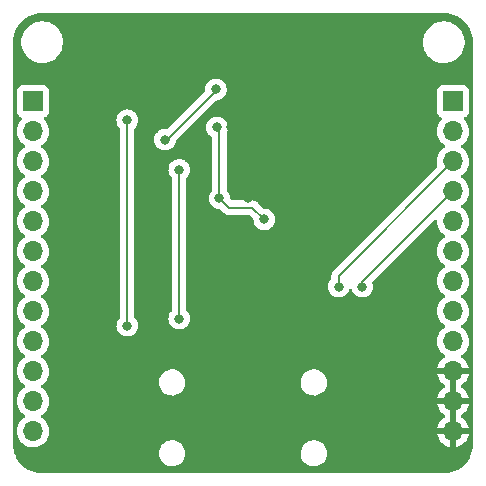
<source format=gbl>
%TF.GenerationSoftware,KiCad,Pcbnew,(6.0.0-0)*%
%TF.CreationDate,2022-11-28T12:23:11+01:00*%
%TF.ProjectId,wm8904_codec_breakout,776d3839-3034-45f6-936f-6465635f6272,rev?*%
%TF.SameCoordinates,Original*%
%TF.FileFunction,Copper,L2,Bot*%
%TF.FilePolarity,Positive*%
%FSLAX46Y46*%
G04 Gerber Fmt 4.6, Leading zero omitted, Abs format (unit mm)*
G04 Created by KiCad (PCBNEW (6.0.0-0)) date 2022-11-28 12:23:11*
%MOMM*%
%LPD*%
G01*
G04 APERTURE LIST*
%TA.AperFunction,ComponentPad*%
%ADD10R,1.700000X1.700000*%
%TD*%
%TA.AperFunction,ComponentPad*%
%ADD11O,1.700000X1.700000*%
%TD*%
%TA.AperFunction,ViaPad*%
%ADD12C,0.800000*%
%TD*%
%TA.AperFunction,Conductor*%
%ADD13C,0.200000*%
%TD*%
G04 APERTURE END LIST*
D10*
X132220000Y-67996000D03*
D11*
X132220000Y-70536000D03*
X132220000Y-73076000D03*
X132220000Y-75616000D03*
X132220000Y-78156000D03*
X132220000Y-80696000D03*
X132220000Y-83236000D03*
X132220000Y-85776000D03*
X132220000Y-88316000D03*
X132220000Y-90856000D03*
X132220000Y-93396000D03*
X132220000Y-95936000D03*
D10*
X167780000Y-67996000D03*
D11*
X167780000Y-70536000D03*
X167780000Y-73076000D03*
X167780000Y-75616000D03*
X167780000Y-78156000D03*
X167780000Y-80696000D03*
X167780000Y-83236000D03*
X167780000Y-85776000D03*
X167780000Y-88316000D03*
X167780000Y-90856000D03*
X167780000Y-93396000D03*
X167780000Y-95936000D03*
D12*
X150393061Y-76179485D03*
X152886843Y-70096391D03*
X152112138Y-75208057D03*
X154710128Y-74000628D03*
X150600000Y-67000000D03*
X158200000Y-76800000D03*
X147800000Y-78800000D03*
X147800000Y-96200000D03*
X149021201Y-70136395D03*
X149600000Y-67000000D03*
X159800000Y-96200000D03*
X150600000Y-78600000D03*
X145800000Y-67200000D03*
X155800000Y-78000000D03*
X155600000Y-68200000D03*
X158500000Y-71700000D03*
X148800000Y-80200000D03*
X143400000Y-71235500D03*
X147709500Y-67000000D03*
X147800000Y-70200000D03*
X151800000Y-78000000D03*
X148000000Y-76200000D03*
X160100000Y-83700000D03*
X158100000Y-83700000D03*
X144600000Y-73800000D03*
X144600000Y-86400000D03*
X140200000Y-87000000D03*
X140200000Y-69600000D03*
D13*
X147709500Y-67090500D02*
X143564500Y-71235500D01*
X147709500Y-67000000D02*
X147709500Y-67090500D01*
X150800000Y-77000000D02*
X148800000Y-77000000D01*
X148800000Y-77000000D02*
X148000000Y-76200000D01*
X148000000Y-76200000D02*
X148000000Y-70400000D01*
X151800000Y-78000000D02*
X150800000Y-77000000D01*
X148000000Y-70400000D02*
X147800000Y-70200000D01*
X160100000Y-83296000D02*
X160100000Y-83700000D01*
X167780000Y-75616000D02*
X160100000Y-83296000D01*
X167780000Y-73076000D02*
X158100000Y-82756000D01*
X158100000Y-82756000D02*
X158100000Y-83700000D01*
X144600000Y-86400000D02*
X144600000Y-73800000D01*
X140200000Y-87000000D02*
X140200000Y-69600000D01*
%TA.AperFunction,Conductor*%
G36*
X166970057Y-60509500D02*
G01*
X166984858Y-60511805D01*
X166984861Y-60511805D01*
X166993730Y-60513186D01*
X167010899Y-60510941D01*
X167034839Y-60510108D01*
X167292770Y-60525710D01*
X167307874Y-60527544D01*
X167378648Y-60540514D01*
X167588879Y-60579040D01*
X167603641Y-60582678D01*
X167876408Y-60667675D01*
X167890627Y-60673069D01*
X168151140Y-60790316D01*
X168164609Y-60797385D01*
X168409095Y-60945182D01*
X168421617Y-60953825D01*
X168646507Y-61130016D01*
X168657895Y-61140106D01*
X168859894Y-61342105D01*
X168869984Y-61353493D01*
X169046175Y-61578383D01*
X169054818Y-61590905D01*
X169202615Y-61835391D01*
X169209684Y-61848860D01*
X169228306Y-61890237D01*
X169326930Y-62109370D01*
X169332325Y-62123592D01*
X169411658Y-62378179D01*
X169417321Y-62396353D01*
X169420962Y-62411127D01*
X169472456Y-62692126D01*
X169474290Y-62707230D01*
X169489455Y-62957929D01*
X169488198Y-62984639D01*
X169488195Y-62984859D01*
X169486814Y-62993730D01*
X169487978Y-63002632D01*
X169487978Y-63002635D01*
X169490936Y-63025251D01*
X169492000Y-63041589D01*
X169492000Y-96950672D01*
X169490500Y-96970056D01*
X169486814Y-96993730D01*
X169488454Y-97006270D01*
X169489059Y-97010897D01*
X169489892Y-97034839D01*
X169474290Y-97292770D01*
X169472456Y-97307874D01*
X169423619Y-97574376D01*
X169420962Y-97588873D01*
X169417322Y-97603641D01*
X169339143Y-97854528D01*
X169332326Y-97876404D01*
X169326931Y-97890627D01*
X169248345Y-98065240D01*
X169209686Y-98151136D01*
X169202615Y-98164609D01*
X169054818Y-98409095D01*
X169046175Y-98421617D01*
X168869984Y-98646507D01*
X168859894Y-98657895D01*
X168657895Y-98859894D01*
X168646507Y-98869984D01*
X168421617Y-99046175D01*
X168409095Y-99054818D01*
X168164609Y-99202615D01*
X168151140Y-99209684D01*
X167890630Y-99326930D01*
X167876408Y-99332325D01*
X167603641Y-99417322D01*
X167588879Y-99420960D01*
X167378648Y-99459486D01*
X167307874Y-99472456D01*
X167292770Y-99474290D01*
X167042071Y-99489455D01*
X167015361Y-99488198D01*
X167015141Y-99488195D01*
X167006270Y-99486814D01*
X166997368Y-99487978D01*
X166997365Y-99487978D01*
X166974749Y-99490936D01*
X166958411Y-99492000D01*
X133049328Y-99492000D01*
X133029943Y-99490500D01*
X133015142Y-99488195D01*
X133015139Y-99488195D01*
X133006270Y-99486814D01*
X132989101Y-99489059D01*
X132965161Y-99489892D01*
X132707230Y-99474290D01*
X132692126Y-99472456D01*
X132621352Y-99459486D01*
X132411121Y-99420960D01*
X132396359Y-99417322D01*
X132123592Y-99332325D01*
X132109370Y-99326930D01*
X131848860Y-99209684D01*
X131835391Y-99202615D01*
X131590905Y-99054818D01*
X131578383Y-99046175D01*
X131353493Y-98869984D01*
X131342105Y-98859894D01*
X131140106Y-98657895D01*
X131130016Y-98646507D01*
X130953825Y-98421617D01*
X130945182Y-98409095D01*
X130797385Y-98164609D01*
X130790314Y-98151136D01*
X130751656Y-98065240D01*
X130673069Y-97890627D01*
X130667674Y-97876404D01*
X130660857Y-97854528D01*
X130634789Y-97770872D01*
X142887634Y-97770872D01*
X142889543Y-97800000D01*
X142900953Y-97974072D01*
X142951079Y-98171443D01*
X143036333Y-98356373D01*
X143153861Y-98522671D01*
X143157995Y-98526698D01*
X143287135Y-98652501D01*
X143299726Y-98664767D01*
X143304522Y-98667972D01*
X143304525Y-98667974D01*
X143372440Y-98713353D01*
X143469043Y-98777901D01*
X143474346Y-98780179D01*
X143474349Y-98780181D01*
X143558989Y-98816545D01*
X143656142Y-98858285D01*
X143729609Y-98874909D01*
X143849120Y-98901952D01*
X143849126Y-98901953D01*
X143854757Y-98903227D01*
X143860528Y-98903454D01*
X143860530Y-98903454D01*
X143921504Y-98905850D01*
X144058237Y-98911222D01*
X144160388Y-98896411D01*
X144254045Y-98882832D01*
X144254050Y-98882831D01*
X144259766Y-98882002D01*
X144265238Y-98880144D01*
X144265240Y-98880144D01*
X144447131Y-98818400D01*
X144447133Y-98818399D01*
X144452595Y-98816545D01*
X144630267Y-98717044D01*
X144786831Y-98586831D01*
X144917044Y-98430267D01*
X145016545Y-98252595D01*
X145042312Y-98176690D01*
X145080144Y-98065240D01*
X145080144Y-98065238D01*
X145082002Y-98059766D01*
X145082831Y-98054050D01*
X145082832Y-98054045D01*
X145106525Y-97890630D01*
X145111222Y-97858237D01*
X145112747Y-97800000D01*
X145110071Y-97770872D01*
X154887634Y-97770872D01*
X154889543Y-97800000D01*
X154900953Y-97974072D01*
X154951079Y-98171443D01*
X155036333Y-98356373D01*
X155153861Y-98522671D01*
X155157995Y-98526698D01*
X155287135Y-98652501D01*
X155299726Y-98664767D01*
X155304522Y-98667972D01*
X155304525Y-98667974D01*
X155372440Y-98713353D01*
X155469043Y-98777901D01*
X155474346Y-98780179D01*
X155474349Y-98780181D01*
X155558989Y-98816545D01*
X155656142Y-98858285D01*
X155729609Y-98874909D01*
X155849120Y-98901952D01*
X155849126Y-98901953D01*
X155854757Y-98903227D01*
X155860528Y-98903454D01*
X155860530Y-98903454D01*
X155921504Y-98905850D01*
X156058237Y-98911222D01*
X156160388Y-98896411D01*
X156254045Y-98882832D01*
X156254050Y-98882831D01*
X156259766Y-98882002D01*
X156265238Y-98880144D01*
X156265240Y-98880144D01*
X156447131Y-98818400D01*
X156447133Y-98818399D01*
X156452595Y-98816545D01*
X156630267Y-98717044D01*
X156786831Y-98586831D01*
X156917044Y-98430267D01*
X157016545Y-98252595D01*
X157042312Y-98176690D01*
X157080144Y-98065240D01*
X157080144Y-98065238D01*
X157082002Y-98059766D01*
X157082831Y-98054050D01*
X157082832Y-98054045D01*
X157106525Y-97890630D01*
X157111222Y-97858237D01*
X157112747Y-97800000D01*
X157094114Y-97597218D01*
X157091761Y-97588873D01*
X157040408Y-97406791D01*
X157038839Y-97401227D01*
X156948773Y-97218591D01*
X156939865Y-97206661D01*
X156830385Y-97060051D01*
X156826932Y-97055427D01*
X156677397Y-96917198D01*
X156505177Y-96808535D01*
X156316037Y-96733076D01*
X156310377Y-96731950D01*
X156310373Y-96731949D01*
X156121982Y-96694476D01*
X156121977Y-96694476D01*
X156116314Y-96693349D01*
X156110539Y-96693273D01*
X156110535Y-96693273D01*
X156008527Y-96691938D01*
X155912695Y-96690683D01*
X155906998Y-96691662D01*
X155906997Y-96691662D01*
X155890621Y-96694476D01*
X155712000Y-96725169D01*
X155520950Y-96795651D01*
X155515989Y-96798603D01*
X155515988Y-96798603D01*
X155350912Y-96896813D01*
X155350909Y-96896815D01*
X155345944Y-96899769D01*
X155192842Y-97034036D01*
X155189267Y-97038571D01*
X155189266Y-97038572D01*
X155175979Y-97055427D01*
X155066772Y-97193955D01*
X155064083Y-97199066D01*
X155064081Y-97199069D01*
X155026556Y-97270393D01*
X154971956Y-97374170D01*
X154970242Y-97379691D01*
X154970240Y-97379695D01*
X154961827Y-97406791D01*
X154911569Y-97568647D01*
X154887634Y-97770872D01*
X145110071Y-97770872D01*
X145094114Y-97597218D01*
X145091761Y-97588873D01*
X145040408Y-97406791D01*
X145038839Y-97401227D01*
X144948773Y-97218591D01*
X144939865Y-97206661D01*
X144830385Y-97060051D01*
X144826932Y-97055427D01*
X144677397Y-96917198D01*
X144505177Y-96808535D01*
X144316037Y-96733076D01*
X144310377Y-96731950D01*
X144310373Y-96731949D01*
X144121982Y-96694476D01*
X144121977Y-96694476D01*
X144116314Y-96693349D01*
X144110539Y-96693273D01*
X144110535Y-96693273D01*
X144008527Y-96691938D01*
X143912695Y-96690683D01*
X143906998Y-96691662D01*
X143906997Y-96691662D01*
X143890621Y-96694476D01*
X143712000Y-96725169D01*
X143520950Y-96795651D01*
X143515989Y-96798603D01*
X143515988Y-96798603D01*
X143350912Y-96896813D01*
X143350909Y-96896815D01*
X143345944Y-96899769D01*
X143192842Y-97034036D01*
X143189267Y-97038571D01*
X143189266Y-97038572D01*
X143175979Y-97055427D01*
X143066772Y-97193955D01*
X143064083Y-97199066D01*
X143064081Y-97199069D01*
X143026556Y-97270393D01*
X142971956Y-97374170D01*
X142970242Y-97379691D01*
X142970240Y-97379695D01*
X142961827Y-97406791D01*
X142911569Y-97568647D01*
X142887634Y-97770872D01*
X130634789Y-97770872D01*
X130582678Y-97603641D01*
X130579038Y-97588873D01*
X130576382Y-97574376D01*
X130527544Y-97307874D01*
X130525710Y-97292770D01*
X130510545Y-97042071D01*
X130511802Y-97015361D01*
X130511805Y-97015141D01*
X130513186Y-97006270D01*
X130511547Y-96993730D01*
X130509064Y-96974749D01*
X130508000Y-96958411D01*
X130508000Y-95902695D01*
X130857251Y-95902695D01*
X130857548Y-95907848D01*
X130857548Y-95907851D01*
X130863011Y-96002590D01*
X130870110Y-96125715D01*
X130871247Y-96130761D01*
X130871248Y-96130767D01*
X130885449Y-96193778D01*
X130919222Y-96343639D01*
X131003266Y-96550616D01*
X131005965Y-96555020D01*
X131116389Y-96735216D01*
X131119987Y-96741088D01*
X131266250Y-96909938D01*
X131438126Y-97052632D01*
X131631000Y-97165338D01*
X131839692Y-97245030D01*
X131844760Y-97246061D01*
X131844763Y-97246062D01*
X131939862Y-97265410D01*
X132058597Y-97289567D01*
X132063772Y-97289757D01*
X132063774Y-97289757D01*
X132276673Y-97297564D01*
X132276677Y-97297564D01*
X132281837Y-97297753D01*
X132286957Y-97297097D01*
X132286959Y-97297097D01*
X132498288Y-97270025D01*
X132498289Y-97270025D01*
X132503416Y-97269368D01*
X132508366Y-97267883D01*
X132712429Y-97206661D01*
X132712434Y-97206659D01*
X132717384Y-97205174D01*
X132917994Y-97106896D01*
X133099860Y-96977173D01*
X133258096Y-96819489D01*
X133317594Y-96736689D01*
X133385435Y-96642277D01*
X133388453Y-96638077D01*
X133487430Y-96437811D01*
X133552370Y-96224069D01*
X133555017Y-96203966D01*
X166448257Y-96203966D01*
X166478565Y-96338446D01*
X166481645Y-96348275D01*
X166561770Y-96545603D01*
X166566413Y-96554794D01*
X166677694Y-96736388D01*
X166683777Y-96744699D01*
X166823213Y-96905667D01*
X166830580Y-96912883D01*
X166994434Y-97048916D01*
X167002881Y-97054831D01*
X167186756Y-97162279D01*
X167196042Y-97166729D01*
X167395001Y-97242703D01*
X167404899Y-97245579D01*
X167508250Y-97266606D01*
X167522299Y-97265410D01*
X167526000Y-97255065D01*
X167526000Y-97254517D01*
X168034000Y-97254517D01*
X168038064Y-97268359D01*
X168051478Y-97270393D01*
X168058184Y-97269534D01*
X168068262Y-97267392D01*
X168272255Y-97206191D01*
X168281842Y-97202433D01*
X168473095Y-97108739D01*
X168481945Y-97103464D01*
X168655328Y-96979792D01*
X168663200Y-96973139D01*
X168814052Y-96822812D01*
X168820730Y-96814965D01*
X168945003Y-96642020D01*
X168950313Y-96633183D01*
X169044670Y-96442267D01*
X169048469Y-96432672D01*
X169110377Y-96228910D01*
X169112555Y-96218837D01*
X169113986Y-96207962D01*
X169111775Y-96193778D01*
X169098617Y-96190000D01*
X168052115Y-96190000D01*
X168036876Y-96194475D01*
X168035671Y-96195865D01*
X168034000Y-96203548D01*
X168034000Y-97254517D01*
X167526000Y-97254517D01*
X167526000Y-96208115D01*
X167521525Y-96192876D01*
X167520135Y-96191671D01*
X167512452Y-96190000D01*
X166463225Y-96190000D01*
X166449694Y-96193973D01*
X166448257Y-96203966D01*
X133555017Y-96203966D01*
X133581529Y-96002590D01*
X133583156Y-95936000D01*
X133564852Y-95713361D01*
X133554006Y-95670183D01*
X166444389Y-95670183D01*
X166445912Y-95678607D01*
X166458292Y-95682000D01*
X167507885Y-95682000D01*
X167523124Y-95677525D01*
X167524329Y-95676135D01*
X167526000Y-95668452D01*
X167526000Y-95663885D01*
X168034000Y-95663885D01*
X168038475Y-95679124D01*
X168039865Y-95680329D01*
X168047548Y-95682000D01*
X169098344Y-95682000D01*
X169111875Y-95678027D01*
X169113180Y-95668947D01*
X169071214Y-95501875D01*
X169067894Y-95492124D01*
X168982972Y-95296814D01*
X168978105Y-95287739D01*
X168862426Y-95108926D01*
X168856136Y-95100757D01*
X168712806Y-94943240D01*
X168705273Y-94936215D01*
X168538139Y-94804222D01*
X168529552Y-94798517D01*
X168492116Y-94777851D01*
X168442146Y-94727419D01*
X168427374Y-94657976D01*
X168452490Y-94591571D01*
X168479842Y-94564964D01*
X168655327Y-94439792D01*
X168663200Y-94433139D01*
X168814052Y-94282812D01*
X168820730Y-94274965D01*
X168945003Y-94102020D01*
X168950313Y-94093183D01*
X169044670Y-93902267D01*
X169048469Y-93892672D01*
X169110377Y-93688910D01*
X169112555Y-93678837D01*
X169113986Y-93667962D01*
X169111775Y-93653778D01*
X169098617Y-93650000D01*
X168052115Y-93650000D01*
X168036876Y-93654475D01*
X168035671Y-93655865D01*
X168034000Y-93663548D01*
X168034000Y-95663885D01*
X167526000Y-95663885D01*
X167526000Y-93668115D01*
X167521525Y-93652876D01*
X167520135Y-93651671D01*
X167512452Y-93650000D01*
X166463225Y-93650000D01*
X166449694Y-93653973D01*
X166448257Y-93663966D01*
X166478565Y-93798446D01*
X166481645Y-93808275D01*
X166561770Y-94005603D01*
X166566413Y-94014794D01*
X166677694Y-94196388D01*
X166683777Y-94204699D01*
X166823213Y-94365667D01*
X166830580Y-94372883D01*
X166994434Y-94508916D01*
X167002881Y-94514831D01*
X167072479Y-94555501D01*
X167121203Y-94607140D01*
X167134274Y-94676923D01*
X167107543Y-94742694D01*
X167067087Y-94776053D01*
X167058462Y-94780542D01*
X167049738Y-94786036D01*
X166879433Y-94913905D01*
X166871726Y-94920748D01*
X166724590Y-95074717D01*
X166718104Y-95082727D01*
X166598098Y-95258649D01*
X166593000Y-95267623D01*
X166503338Y-95460783D01*
X166499775Y-95470470D01*
X166444389Y-95670183D01*
X133554006Y-95670183D01*
X133510431Y-95496702D01*
X133421354Y-95291840D01*
X133300014Y-95104277D01*
X133149670Y-94939051D01*
X133145619Y-94935852D01*
X133145615Y-94935848D01*
X132978414Y-94803800D01*
X132978410Y-94803798D01*
X132974359Y-94800598D01*
X132933053Y-94777796D01*
X132883084Y-94727364D01*
X132868312Y-94657921D01*
X132893428Y-94591516D01*
X132920780Y-94564909D01*
X132964603Y-94533650D01*
X133099860Y-94437173D01*
X133258096Y-94279489D01*
X133317594Y-94196689D01*
X133385435Y-94102277D01*
X133388453Y-94098077D01*
X133487430Y-93897811D01*
X133552370Y-93684069D01*
X133581529Y-93462590D01*
X133583156Y-93396000D01*
X133564852Y-93173361D01*
X133554006Y-93130183D01*
X166444389Y-93130183D01*
X166445912Y-93138607D01*
X166458292Y-93142000D01*
X167507885Y-93142000D01*
X167523124Y-93137525D01*
X167524329Y-93136135D01*
X167526000Y-93128452D01*
X167526000Y-93123885D01*
X168034000Y-93123885D01*
X168038475Y-93139124D01*
X168039865Y-93140329D01*
X168047548Y-93142000D01*
X169098344Y-93142000D01*
X169111875Y-93138027D01*
X169113180Y-93128947D01*
X169071214Y-92961875D01*
X169067894Y-92952124D01*
X168982972Y-92756814D01*
X168978105Y-92747739D01*
X168862426Y-92568926D01*
X168856136Y-92560757D01*
X168712806Y-92403240D01*
X168705273Y-92396215D01*
X168538139Y-92264222D01*
X168529552Y-92258517D01*
X168492116Y-92237851D01*
X168442146Y-92187419D01*
X168427374Y-92117976D01*
X168452490Y-92051571D01*
X168479842Y-92024964D01*
X168655327Y-91899792D01*
X168663200Y-91893139D01*
X168814052Y-91742812D01*
X168820730Y-91734965D01*
X168945003Y-91562020D01*
X168950313Y-91553183D01*
X169044670Y-91362267D01*
X169048469Y-91352672D01*
X169110377Y-91148910D01*
X169112555Y-91138837D01*
X169113986Y-91127962D01*
X169111775Y-91113778D01*
X169098617Y-91110000D01*
X168052115Y-91110000D01*
X168036876Y-91114475D01*
X168035671Y-91115865D01*
X168034000Y-91123548D01*
X168034000Y-93123885D01*
X167526000Y-93123885D01*
X167526000Y-91128115D01*
X167521525Y-91112876D01*
X167520135Y-91111671D01*
X167512452Y-91110000D01*
X166463225Y-91110000D01*
X166449694Y-91113973D01*
X166448257Y-91123966D01*
X166478565Y-91258446D01*
X166481645Y-91268275D01*
X166561770Y-91465603D01*
X166566413Y-91474794D01*
X166677694Y-91656388D01*
X166683777Y-91664699D01*
X166823213Y-91825667D01*
X166830580Y-91832883D01*
X166994434Y-91968916D01*
X167002881Y-91974831D01*
X167072479Y-92015501D01*
X167121203Y-92067140D01*
X167134274Y-92136923D01*
X167107543Y-92202694D01*
X167067087Y-92236053D01*
X167058462Y-92240542D01*
X167049738Y-92246036D01*
X166879433Y-92373905D01*
X166871726Y-92380748D01*
X166724590Y-92534717D01*
X166718104Y-92542727D01*
X166598098Y-92718649D01*
X166593000Y-92727623D01*
X166503338Y-92920783D01*
X166499775Y-92930470D01*
X166444389Y-93130183D01*
X133554006Y-93130183D01*
X133510431Y-92956702D01*
X133421354Y-92751840D01*
X133300014Y-92564277D01*
X133149670Y-92399051D01*
X133145619Y-92395852D01*
X133145615Y-92395848D01*
X132978414Y-92263800D01*
X132978410Y-92263798D01*
X132974359Y-92260598D01*
X132933053Y-92237796D01*
X132883084Y-92187364D01*
X132868312Y-92117921D01*
X132893428Y-92051516D01*
X132920780Y-92024909D01*
X132984197Y-91979674D01*
X133099860Y-91897173D01*
X133135246Y-91861911D01*
X133226603Y-91770872D01*
X142887634Y-91770872D01*
X142889543Y-91800000D01*
X142900953Y-91974072D01*
X142951079Y-92171443D01*
X143036333Y-92356373D01*
X143153861Y-92522671D01*
X143299726Y-92664767D01*
X143304522Y-92667972D01*
X143304525Y-92667974D01*
X143423533Y-92747492D01*
X143469043Y-92777901D01*
X143474346Y-92780179D01*
X143474349Y-92780181D01*
X143558989Y-92816545D01*
X143656142Y-92858285D01*
X143729609Y-92874909D01*
X143849120Y-92901952D01*
X143849126Y-92901953D01*
X143854757Y-92903227D01*
X143860528Y-92903454D01*
X143860530Y-92903454D01*
X143921504Y-92905850D01*
X144058237Y-92911222D01*
X144160388Y-92896411D01*
X144254045Y-92882832D01*
X144254050Y-92882831D01*
X144259766Y-92882002D01*
X144265238Y-92880144D01*
X144265240Y-92880144D01*
X144447131Y-92818400D01*
X144447133Y-92818399D01*
X144452595Y-92816545D01*
X144630267Y-92717044D01*
X144786831Y-92586831D01*
X144917044Y-92430267D01*
X145016545Y-92252595D01*
X145018772Y-92246036D01*
X145080144Y-92065240D01*
X145080144Y-92065238D01*
X145082002Y-92059766D01*
X145082831Y-92054050D01*
X145082832Y-92054045D01*
X145105197Y-91899792D01*
X145111222Y-91858237D01*
X145112747Y-91800000D01*
X145110071Y-91770872D01*
X154887634Y-91770872D01*
X154889543Y-91800000D01*
X154900953Y-91974072D01*
X154951079Y-92171443D01*
X155036333Y-92356373D01*
X155153861Y-92522671D01*
X155299726Y-92664767D01*
X155304522Y-92667972D01*
X155304525Y-92667974D01*
X155423533Y-92747492D01*
X155469043Y-92777901D01*
X155474346Y-92780179D01*
X155474349Y-92780181D01*
X155558989Y-92816545D01*
X155656142Y-92858285D01*
X155729609Y-92874909D01*
X155849120Y-92901952D01*
X155849126Y-92901953D01*
X155854757Y-92903227D01*
X155860528Y-92903454D01*
X155860530Y-92903454D01*
X155921504Y-92905850D01*
X156058237Y-92911222D01*
X156160388Y-92896411D01*
X156254045Y-92882832D01*
X156254050Y-92882831D01*
X156259766Y-92882002D01*
X156265238Y-92880144D01*
X156265240Y-92880144D01*
X156447131Y-92818400D01*
X156447133Y-92818399D01*
X156452595Y-92816545D01*
X156630267Y-92717044D01*
X156786831Y-92586831D01*
X156917044Y-92430267D01*
X157016545Y-92252595D01*
X157018772Y-92246036D01*
X157080144Y-92065240D01*
X157080144Y-92065238D01*
X157082002Y-92059766D01*
X157082831Y-92054050D01*
X157082832Y-92054045D01*
X157105197Y-91899792D01*
X157111222Y-91858237D01*
X157112747Y-91800000D01*
X157094114Y-91597218D01*
X157038839Y-91401227D01*
X156948773Y-91218591D01*
X156926989Y-91189418D01*
X156830385Y-91060051D01*
X156826932Y-91055427D01*
X156677397Y-90917198D01*
X156645089Y-90896813D01*
X156510057Y-90811614D01*
X156505177Y-90808535D01*
X156316037Y-90733076D01*
X156310377Y-90731950D01*
X156310373Y-90731949D01*
X156121982Y-90694476D01*
X156121977Y-90694476D01*
X156116314Y-90693349D01*
X156110539Y-90693273D01*
X156110535Y-90693273D01*
X156008527Y-90691938D01*
X155912695Y-90690683D01*
X155906998Y-90691662D01*
X155906997Y-90691662D01*
X155890621Y-90694476D01*
X155712000Y-90725169D01*
X155520950Y-90795651D01*
X155515989Y-90798603D01*
X155515988Y-90798603D01*
X155350912Y-90896813D01*
X155350909Y-90896815D01*
X155345944Y-90899769D01*
X155192842Y-91034036D01*
X155066772Y-91193955D01*
X155064083Y-91199066D01*
X155064081Y-91199069D01*
X155030109Y-91263639D01*
X154971956Y-91374170D01*
X154970242Y-91379691D01*
X154970240Y-91379695D01*
X154913547Y-91562277D01*
X154911569Y-91568647D01*
X154887634Y-91770872D01*
X145110071Y-91770872D01*
X145094114Y-91597218D01*
X145038839Y-91401227D01*
X144948773Y-91218591D01*
X144926989Y-91189418D01*
X144830385Y-91060051D01*
X144826932Y-91055427D01*
X144677397Y-90917198D01*
X144645089Y-90896813D01*
X144510057Y-90811614D01*
X144505177Y-90808535D01*
X144316037Y-90733076D01*
X144310377Y-90731950D01*
X144310373Y-90731949D01*
X144121982Y-90694476D01*
X144121977Y-90694476D01*
X144116314Y-90693349D01*
X144110539Y-90693273D01*
X144110535Y-90693273D01*
X144008527Y-90691938D01*
X143912695Y-90690683D01*
X143906998Y-90691662D01*
X143906997Y-90691662D01*
X143890621Y-90694476D01*
X143712000Y-90725169D01*
X143520950Y-90795651D01*
X143515989Y-90798603D01*
X143515988Y-90798603D01*
X143350912Y-90896813D01*
X143350909Y-90896815D01*
X143345944Y-90899769D01*
X143192842Y-91034036D01*
X143066772Y-91193955D01*
X143064083Y-91199066D01*
X143064081Y-91199069D01*
X143030109Y-91263639D01*
X142971956Y-91374170D01*
X142970242Y-91379691D01*
X142970240Y-91379695D01*
X142913547Y-91562277D01*
X142911569Y-91568647D01*
X142887634Y-91770872D01*
X133226603Y-91770872D01*
X133254435Y-91743137D01*
X133258096Y-91739489D01*
X133317594Y-91656689D01*
X133385435Y-91562277D01*
X133388453Y-91558077D01*
X133476615Y-91379695D01*
X133485136Y-91362453D01*
X133485137Y-91362451D01*
X133487430Y-91357811D01*
X133535660Y-91199069D01*
X133550865Y-91149023D01*
X133550865Y-91149021D01*
X133552370Y-91144069D01*
X133581529Y-90922590D01*
X133581736Y-90914117D01*
X133583074Y-90859365D01*
X133583074Y-90859361D01*
X133583156Y-90856000D01*
X133564852Y-90633361D01*
X133510431Y-90416702D01*
X133421354Y-90211840D01*
X133300014Y-90024277D01*
X133149670Y-89859051D01*
X133145619Y-89855852D01*
X133145615Y-89855848D01*
X132978414Y-89723800D01*
X132978410Y-89723798D01*
X132974359Y-89720598D01*
X132933053Y-89697796D01*
X132883084Y-89647364D01*
X132868312Y-89577921D01*
X132893428Y-89511516D01*
X132920780Y-89484909D01*
X132964603Y-89453650D01*
X133099860Y-89357173D01*
X133258096Y-89199489D01*
X133317594Y-89116689D01*
X133385435Y-89022277D01*
X133388453Y-89018077D01*
X133487430Y-88817811D01*
X133552370Y-88604069D01*
X133581529Y-88382590D01*
X133583156Y-88316000D01*
X133564852Y-88093361D01*
X133510431Y-87876702D01*
X133421354Y-87671840D01*
X133300014Y-87484277D01*
X133149670Y-87319051D01*
X133145619Y-87315852D01*
X133145615Y-87315848D01*
X132978414Y-87183800D01*
X132978410Y-87183798D01*
X132974359Y-87180598D01*
X132933053Y-87157796D01*
X132883084Y-87107364D01*
X132868312Y-87037921D01*
X132882655Y-87000000D01*
X139286496Y-87000000D01*
X139306458Y-87189928D01*
X139365473Y-87371556D01*
X139460960Y-87536944D01*
X139588747Y-87678866D01*
X139743248Y-87791118D01*
X139749276Y-87793802D01*
X139749278Y-87793803D01*
X139911681Y-87866109D01*
X139917712Y-87868794D01*
X140011113Y-87888647D01*
X140098056Y-87907128D01*
X140098061Y-87907128D01*
X140104513Y-87908500D01*
X140295487Y-87908500D01*
X140301939Y-87907128D01*
X140301944Y-87907128D01*
X140388887Y-87888647D01*
X140482288Y-87868794D01*
X140488319Y-87866109D01*
X140650722Y-87793803D01*
X140650724Y-87793802D01*
X140656752Y-87791118D01*
X140811253Y-87678866D01*
X140939040Y-87536944D01*
X141034527Y-87371556D01*
X141093542Y-87189928D01*
X141113504Y-87000000D01*
X141107714Y-86944909D01*
X141094232Y-86816635D01*
X141094232Y-86816633D01*
X141093542Y-86810072D01*
X141034527Y-86628444D01*
X140939040Y-86463056D01*
X140934621Y-86458148D01*
X140882264Y-86400000D01*
X143686496Y-86400000D01*
X143687186Y-86406565D01*
X143705067Y-86576689D01*
X143706458Y-86589928D01*
X143765473Y-86771556D01*
X143860960Y-86936944D01*
X143865378Y-86941851D01*
X143865379Y-86941852D01*
X143960772Y-87047797D01*
X143988747Y-87078866D01*
X144087843Y-87150864D01*
X144133176Y-87183800D01*
X144143248Y-87191118D01*
X144149276Y-87193802D01*
X144149278Y-87193803D01*
X144311681Y-87266109D01*
X144317712Y-87268794D01*
X144411113Y-87288647D01*
X144498056Y-87307128D01*
X144498061Y-87307128D01*
X144504513Y-87308500D01*
X144695487Y-87308500D01*
X144701939Y-87307128D01*
X144701944Y-87307128D01*
X144788887Y-87288647D01*
X144882288Y-87268794D01*
X144888319Y-87266109D01*
X145050722Y-87193803D01*
X145050724Y-87193802D01*
X145056752Y-87191118D01*
X145066825Y-87183800D01*
X145112157Y-87150864D01*
X145211253Y-87078866D01*
X145239228Y-87047797D01*
X145334621Y-86941852D01*
X145334622Y-86941851D01*
X145339040Y-86936944D01*
X145434527Y-86771556D01*
X145493542Y-86589928D01*
X145494934Y-86576689D01*
X145512814Y-86406565D01*
X145513504Y-86400000D01*
X145501944Y-86290013D01*
X145494232Y-86216635D01*
X145494232Y-86216633D01*
X145493542Y-86210072D01*
X145434527Y-86028444D01*
X145339040Y-85863056D01*
X145323600Y-85845908D01*
X145240864Y-85754020D01*
X145210146Y-85690013D01*
X145208500Y-85669710D01*
X145208500Y-83700000D01*
X157186496Y-83700000D01*
X157187186Y-83706565D01*
X157202993Y-83856956D01*
X157206458Y-83889928D01*
X157265473Y-84071556D01*
X157360960Y-84236944D01*
X157488747Y-84378866D01*
X157643248Y-84491118D01*
X157649276Y-84493802D01*
X157649278Y-84493803D01*
X157811681Y-84566109D01*
X157817712Y-84568794D01*
X157911113Y-84588647D01*
X157998056Y-84607128D01*
X157998061Y-84607128D01*
X158004513Y-84608500D01*
X158195487Y-84608500D01*
X158201939Y-84607128D01*
X158201944Y-84607128D01*
X158288887Y-84588647D01*
X158382288Y-84568794D01*
X158388319Y-84566109D01*
X158550722Y-84493803D01*
X158550724Y-84493802D01*
X158556752Y-84491118D01*
X158711253Y-84378866D01*
X158839040Y-84236944D01*
X158934527Y-84071556D01*
X158980167Y-83931090D01*
X159020241Y-83872486D01*
X159085637Y-83844849D01*
X159155594Y-83856956D01*
X159207900Y-83904962D01*
X159219832Y-83931089D01*
X159265473Y-84071556D01*
X159360960Y-84236944D01*
X159488747Y-84378866D01*
X159643248Y-84491118D01*
X159649276Y-84493802D01*
X159649278Y-84493803D01*
X159811681Y-84566109D01*
X159817712Y-84568794D01*
X159911113Y-84588647D01*
X159998056Y-84607128D01*
X159998061Y-84607128D01*
X160004513Y-84608500D01*
X160195487Y-84608500D01*
X160201939Y-84607128D01*
X160201944Y-84607128D01*
X160288887Y-84588647D01*
X160382288Y-84568794D01*
X160388319Y-84566109D01*
X160550722Y-84493803D01*
X160550724Y-84493802D01*
X160556752Y-84491118D01*
X160711253Y-84378866D01*
X160839040Y-84236944D01*
X160934527Y-84071556D01*
X160993542Y-83889928D01*
X160997008Y-83856956D01*
X161012814Y-83706565D01*
X161013504Y-83700000D01*
X160998280Y-83555151D01*
X160994232Y-83516635D01*
X160994232Y-83516633D01*
X160993542Y-83510072D01*
X160956812Y-83397029D01*
X160954784Y-83326063D01*
X160987550Y-83268999D01*
X166203092Y-78053457D01*
X166265404Y-78019431D01*
X166336219Y-78024496D01*
X166393055Y-78067043D01*
X166417978Y-78135298D01*
X166430110Y-78345715D01*
X166431247Y-78350761D01*
X166431248Y-78350767D01*
X166437223Y-78377279D01*
X166479222Y-78563639D01*
X166563266Y-78770616D01*
X166679987Y-78961088D01*
X166826250Y-79129938D01*
X166998126Y-79272632D01*
X167068595Y-79313811D01*
X167071445Y-79315476D01*
X167120169Y-79367114D01*
X167133240Y-79436897D01*
X167106509Y-79502669D01*
X167066055Y-79536027D01*
X167053607Y-79542507D01*
X167049474Y-79545610D01*
X167049471Y-79545612D01*
X167025247Y-79563800D01*
X166874965Y-79676635D01*
X166720629Y-79838138D01*
X166594743Y-80022680D01*
X166500688Y-80225305D01*
X166440989Y-80440570D01*
X166417251Y-80662695D01*
X166417548Y-80667848D01*
X166417548Y-80667851D01*
X166423011Y-80762590D01*
X166430110Y-80885715D01*
X166431247Y-80890761D01*
X166431248Y-80890767D01*
X166451119Y-80978939D01*
X166479222Y-81103639D01*
X166563266Y-81310616D01*
X166679987Y-81501088D01*
X166826250Y-81669938D01*
X166998126Y-81812632D01*
X167068595Y-81853811D01*
X167071445Y-81855476D01*
X167120169Y-81907114D01*
X167133240Y-81976897D01*
X167106509Y-82042669D01*
X167066055Y-82076027D01*
X167053607Y-82082507D01*
X167049474Y-82085610D01*
X167049471Y-82085612D01*
X167025247Y-82103800D01*
X166874965Y-82216635D01*
X166871393Y-82220373D01*
X166743768Y-82353925D01*
X166720629Y-82378138D01*
X166594743Y-82562680D01*
X166500688Y-82765305D01*
X166440989Y-82980570D01*
X166417251Y-83202695D01*
X166417548Y-83207848D01*
X166417548Y-83207851D01*
X166424267Y-83324373D01*
X166430110Y-83425715D01*
X166431247Y-83430761D01*
X166431248Y-83430767D01*
X166439844Y-83468909D01*
X166479222Y-83643639D01*
X166563266Y-83850616D01*
X166679987Y-84041088D01*
X166826250Y-84209938D01*
X166998126Y-84352632D01*
X167034616Y-84373955D01*
X167071445Y-84395476D01*
X167120169Y-84447114D01*
X167133240Y-84516897D01*
X167106509Y-84582669D01*
X167066055Y-84616027D01*
X167053607Y-84622507D01*
X167049474Y-84625610D01*
X167049471Y-84625612D01*
X167025247Y-84643800D01*
X166874965Y-84756635D01*
X166720629Y-84918138D01*
X166594743Y-85102680D01*
X166500688Y-85305305D01*
X166440989Y-85520570D01*
X166417251Y-85742695D01*
X166417548Y-85747848D01*
X166417548Y-85747851D01*
X166429812Y-85960547D01*
X166430110Y-85965715D01*
X166431247Y-85970761D01*
X166431248Y-85970767D01*
X166442957Y-86022721D01*
X166479222Y-86183639D01*
X166563266Y-86390616D01*
X166679987Y-86581088D01*
X166826250Y-86749938D01*
X166998126Y-86892632D01*
X167064172Y-86931226D01*
X167071445Y-86935476D01*
X167120169Y-86987114D01*
X167133240Y-87056897D01*
X167106509Y-87122669D01*
X167066055Y-87156027D01*
X167053607Y-87162507D01*
X167049474Y-87165610D01*
X167049471Y-87165612D01*
X166910218Y-87270166D01*
X166874965Y-87296635D01*
X166720629Y-87458138D01*
X166594743Y-87642680D01*
X166580226Y-87673955D01*
X166525841Y-87791118D01*
X166500688Y-87845305D01*
X166440989Y-88060570D01*
X166417251Y-88282695D01*
X166417548Y-88287848D01*
X166417548Y-88287851D01*
X166423011Y-88382590D01*
X166430110Y-88505715D01*
X166431247Y-88510761D01*
X166431248Y-88510767D01*
X166451119Y-88598939D01*
X166479222Y-88723639D01*
X166563266Y-88930616D01*
X166679987Y-89121088D01*
X166826250Y-89289938D01*
X166998126Y-89432632D01*
X167071445Y-89475476D01*
X167071955Y-89475774D01*
X167120679Y-89527412D01*
X167133750Y-89597195D01*
X167107019Y-89662967D01*
X167066562Y-89696327D01*
X167058457Y-89700546D01*
X167049738Y-89706036D01*
X166879433Y-89833905D01*
X166871726Y-89840748D01*
X166724590Y-89994717D01*
X166718104Y-90002727D01*
X166598098Y-90178649D01*
X166593000Y-90187623D01*
X166503338Y-90380783D01*
X166499775Y-90390470D01*
X166444389Y-90590183D01*
X166445912Y-90598607D01*
X166458292Y-90602000D01*
X169098344Y-90602000D01*
X169111875Y-90598027D01*
X169113180Y-90588947D01*
X169071214Y-90421875D01*
X169067894Y-90412124D01*
X168982972Y-90216814D01*
X168978105Y-90207739D01*
X168862426Y-90028926D01*
X168856136Y-90020757D01*
X168712806Y-89863240D01*
X168705273Y-89856215D01*
X168538139Y-89724222D01*
X168529556Y-89718520D01*
X168492602Y-89698120D01*
X168442631Y-89647687D01*
X168427859Y-89578245D01*
X168452975Y-89511839D01*
X168480327Y-89485232D01*
X168503797Y-89468491D01*
X168659860Y-89357173D01*
X168818096Y-89199489D01*
X168877594Y-89116689D01*
X168945435Y-89022277D01*
X168948453Y-89018077D01*
X169047430Y-88817811D01*
X169112370Y-88604069D01*
X169141529Y-88382590D01*
X169143156Y-88316000D01*
X169124852Y-88093361D01*
X169070431Y-87876702D01*
X168981354Y-87671840D01*
X168860014Y-87484277D01*
X168709670Y-87319051D01*
X168705619Y-87315852D01*
X168705615Y-87315848D01*
X168538414Y-87183800D01*
X168538410Y-87183798D01*
X168534359Y-87180598D01*
X168493053Y-87157796D01*
X168443084Y-87107364D01*
X168428312Y-87037921D01*
X168453428Y-86971516D01*
X168480780Y-86944909D01*
X168524603Y-86913650D01*
X168659860Y-86817173D01*
X168818096Y-86659489D01*
X168877594Y-86576689D01*
X168945435Y-86482277D01*
X168948453Y-86478077D01*
X168958303Y-86458148D01*
X169045136Y-86282453D01*
X169045137Y-86282451D01*
X169047430Y-86277811D01*
X169112370Y-86064069D01*
X169141529Y-85842590D01*
X169143156Y-85776000D01*
X169124852Y-85553361D01*
X169070431Y-85336702D01*
X168981354Y-85131840D01*
X168860014Y-84944277D01*
X168709670Y-84779051D01*
X168705619Y-84775852D01*
X168705615Y-84775848D01*
X168538414Y-84643800D01*
X168538410Y-84643798D01*
X168534359Y-84640598D01*
X168493053Y-84617796D01*
X168443084Y-84567364D01*
X168428312Y-84497921D01*
X168453428Y-84431516D01*
X168480780Y-84404909D01*
X168524603Y-84373650D01*
X168659860Y-84277173D01*
X168818096Y-84119489D01*
X168877594Y-84036689D01*
X168945435Y-83942277D01*
X168948453Y-83938077D01*
X168964820Y-83904962D01*
X169045136Y-83742453D01*
X169045137Y-83742451D01*
X169047430Y-83737811D01*
X169112370Y-83524069D01*
X169141529Y-83302590D01*
X169143156Y-83236000D01*
X169124852Y-83013361D01*
X169070431Y-82796702D01*
X168981354Y-82591840D01*
X168860014Y-82404277D01*
X168709670Y-82239051D01*
X168705619Y-82235852D01*
X168705615Y-82235848D01*
X168538414Y-82103800D01*
X168538410Y-82103798D01*
X168534359Y-82100598D01*
X168493053Y-82077796D01*
X168443084Y-82027364D01*
X168428312Y-81957921D01*
X168453428Y-81891516D01*
X168480780Y-81864909D01*
X168524603Y-81833650D01*
X168659860Y-81737173D01*
X168818096Y-81579489D01*
X168877594Y-81496689D01*
X168945435Y-81402277D01*
X168948453Y-81398077D01*
X169047430Y-81197811D01*
X169112370Y-80984069D01*
X169141529Y-80762590D01*
X169143156Y-80696000D01*
X169124852Y-80473361D01*
X169070431Y-80256702D01*
X168981354Y-80051840D01*
X168860014Y-79864277D01*
X168709670Y-79699051D01*
X168705619Y-79695852D01*
X168705615Y-79695848D01*
X168538414Y-79563800D01*
X168538410Y-79563798D01*
X168534359Y-79560598D01*
X168493053Y-79537796D01*
X168443084Y-79487364D01*
X168428312Y-79417921D01*
X168453428Y-79351516D01*
X168480780Y-79324909D01*
X168524603Y-79293650D01*
X168659860Y-79197173D01*
X168818096Y-79039489D01*
X168877594Y-78956689D01*
X168945435Y-78862277D01*
X168948453Y-78858077D01*
X169047430Y-78657811D01*
X169112370Y-78444069D01*
X169141529Y-78222590D01*
X169142327Y-78189928D01*
X169143074Y-78159365D01*
X169143074Y-78159361D01*
X169143156Y-78156000D01*
X169124852Y-77933361D01*
X169070431Y-77716702D01*
X168981354Y-77511840D01*
X168860014Y-77324277D01*
X168709670Y-77159051D01*
X168705619Y-77155852D01*
X168705615Y-77155848D01*
X168538414Y-77023800D01*
X168538410Y-77023798D01*
X168534359Y-77020598D01*
X168493053Y-76997796D01*
X168443084Y-76947364D01*
X168428312Y-76877921D01*
X168453428Y-76811516D01*
X168480780Y-76784909D01*
X168541144Y-76741852D01*
X168659860Y-76657173D01*
X168818096Y-76499489D01*
X168877594Y-76416689D01*
X168945435Y-76322277D01*
X168948453Y-76318077D01*
X169003566Y-76206565D01*
X169045136Y-76122453D01*
X169045137Y-76122451D01*
X169047430Y-76117811D01*
X169112370Y-75904069D01*
X169141529Y-75682590D01*
X169143156Y-75616000D01*
X169124852Y-75393361D01*
X169070431Y-75176702D01*
X168981354Y-74971840D01*
X168860014Y-74784277D01*
X168709670Y-74619051D01*
X168705619Y-74615852D01*
X168705615Y-74615848D01*
X168538414Y-74483800D01*
X168538410Y-74483798D01*
X168534359Y-74480598D01*
X168493053Y-74457796D01*
X168443084Y-74407364D01*
X168428312Y-74337921D01*
X168453428Y-74271516D01*
X168480780Y-74244909D01*
X168524603Y-74213650D01*
X168659860Y-74117173D01*
X168818096Y-73959489D01*
X168877594Y-73876689D01*
X168945435Y-73782277D01*
X168948453Y-73778077D01*
X169034589Y-73603794D01*
X169045136Y-73582453D01*
X169045137Y-73582451D01*
X169047430Y-73577811D01*
X169112370Y-73364069D01*
X169141529Y-73142590D01*
X169143156Y-73076000D01*
X169124852Y-72853361D01*
X169070431Y-72636702D01*
X168981354Y-72431840D01*
X168860014Y-72244277D01*
X168709670Y-72079051D01*
X168705619Y-72075852D01*
X168705615Y-72075848D01*
X168538414Y-71943800D01*
X168538410Y-71943798D01*
X168534359Y-71940598D01*
X168493053Y-71917796D01*
X168443084Y-71867364D01*
X168428312Y-71797921D01*
X168453428Y-71731516D01*
X168480780Y-71704909D01*
X168524603Y-71673650D01*
X168659860Y-71577173D01*
X168818096Y-71419489D01*
X168877594Y-71336689D01*
X168945435Y-71242277D01*
X168948453Y-71238077D01*
X168952972Y-71228935D01*
X169045136Y-71042453D01*
X169045137Y-71042451D01*
X169047430Y-71037811D01*
X169095721Y-70878866D01*
X169110865Y-70829023D01*
X169110865Y-70829021D01*
X169112370Y-70824069D01*
X169141529Y-70602590D01*
X169141900Y-70587396D01*
X169143074Y-70539365D01*
X169143074Y-70539361D01*
X169143156Y-70536000D01*
X169124852Y-70313361D01*
X169070431Y-70096702D01*
X168981354Y-69891840D01*
X168860014Y-69704277D01*
X168856532Y-69700450D01*
X168712798Y-69542488D01*
X168681746Y-69478642D01*
X168690141Y-69408143D01*
X168735317Y-69353375D01*
X168761761Y-69339706D01*
X168868297Y-69299767D01*
X168876705Y-69296615D01*
X168993261Y-69209261D01*
X169080615Y-69092705D01*
X169131745Y-68956316D01*
X169138500Y-68894134D01*
X169138500Y-67097866D01*
X169131745Y-67035684D01*
X169080615Y-66899295D01*
X168993261Y-66782739D01*
X168876705Y-66695385D01*
X168740316Y-66644255D01*
X168678134Y-66637500D01*
X166881866Y-66637500D01*
X166819684Y-66644255D01*
X166683295Y-66695385D01*
X166566739Y-66782739D01*
X166479385Y-66899295D01*
X166428255Y-67035684D01*
X166421500Y-67097866D01*
X166421500Y-68894134D01*
X166428255Y-68956316D01*
X166479385Y-69092705D01*
X166566739Y-69209261D01*
X166683295Y-69296615D01*
X166691704Y-69299767D01*
X166691705Y-69299768D01*
X166800451Y-69340535D01*
X166857216Y-69383176D01*
X166881916Y-69449738D01*
X166866709Y-69519087D01*
X166847316Y-69545568D01*
X166720629Y-69678138D01*
X166594743Y-69862680D01*
X166500688Y-70065305D01*
X166440989Y-70280570D01*
X166417251Y-70502695D01*
X166417548Y-70507848D01*
X166417548Y-70507851D01*
X166423011Y-70602590D01*
X166430110Y-70725715D01*
X166431247Y-70730761D01*
X166431248Y-70730767D01*
X166451119Y-70818939D01*
X166479222Y-70943639D01*
X166563266Y-71150616D01*
X166679987Y-71341088D01*
X166826250Y-71509938D01*
X166998126Y-71652632D01*
X167068595Y-71693811D01*
X167071445Y-71695476D01*
X167120169Y-71747114D01*
X167133240Y-71816897D01*
X167106509Y-71882669D01*
X167066055Y-71916027D01*
X167061787Y-71918249D01*
X167053607Y-71922507D01*
X167049474Y-71925610D01*
X167049471Y-71925612D01*
X166879100Y-72053530D01*
X166874965Y-72056635D01*
X166720629Y-72218138D01*
X166594743Y-72402680D01*
X166500688Y-72605305D01*
X166440989Y-72820570D01*
X166417251Y-73042695D01*
X166417548Y-73047848D01*
X166417548Y-73047851D01*
X166423011Y-73142590D01*
X166430110Y-73265715D01*
X166431247Y-73270762D01*
X166431248Y-73270766D01*
X166446492Y-73338408D01*
X166468200Y-73434729D01*
X166469956Y-73442521D01*
X166465420Y-73513372D01*
X166436134Y-73559317D01*
X157703766Y-82291685D01*
X157691375Y-82302552D01*
X157666013Y-82322013D01*
X157641526Y-82353925D01*
X157641523Y-82353928D01*
X157641517Y-82353936D01*
X157602889Y-82404277D01*
X157568476Y-82449124D01*
X157530218Y-82541487D01*
X157507162Y-82597150D01*
X157491500Y-82716115D01*
X157491500Y-82716120D01*
X157486250Y-82756000D01*
X157487328Y-82764188D01*
X157490422Y-82787690D01*
X157491500Y-82804136D01*
X157491500Y-82969710D01*
X157471498Y-83037831D01*
X157459136Y-83054020D01*
X157360960Y-83163056D01*
X157265473Y-83328444D01*
X157206458Y-83510072D01*
X157205768Y-83516633D01*
X157205768Y-83516635D01*
X157201720Y-83555151D01*
X157186496Y-83700000D01*
X145208500Y-83700000D01*
X145208500Y-74530290D01*
X145228502Y-74462169D01*
X145240864Y-74445980D01*
X145334621Y-74341852D01*
X145334622Y-74341851D01*
X145339040Y-74336944D01*
X145434527Y-74171556D01*
X145493542Y-73989928D01*
X145497183Y-73955292D01*
X145512814Y-73806565D01*
X145513504Y-73800000D01*
X145502470Y-73695020D01*
X145494232Y-73616635D01*
X145494232Y-73616633D01*
X145493542Y-73610072D01*
X145434527Y-73428444D01*
X145339040Y-73263056D01*
X145211253Y-73121134D01*
X145103291Y-73042695D01*
X145062094Y-73012763D01*
X145062093Y-73012762D01*
X145056752Y-73008882D01*
X145050724Y-73006198D01*
X145050722Y-73006197D01*
X144888319Y-72933891D01*
X144888318Y-72933891D01*
X144882288Y-72931206D01*
X144788888Y-72911353D01*
X144701944Y-72892872D01*
X144701939Y-72892872D01*
X144695487Y-72891500D01*
X144504513Y-72891500D01*
X144498061Y-72892872D01*
X144498056Y-72892872D01*
X144411112Y-72911353D01*
X144317712Y-72931206D01*
X144311682Y-72933891D01*
X144311681Y-72933891D01*
X144149278Y-73006197D01*
X144149276Y-73006198D01*
X144143248Y-73008882D01*
X144137907Y-73012762D01*
X144137906Y-73012763D01*
X144096709Y-73042695D01*
X143988747Y-73121134D01*
X143860960Y-73263056D01*
X143765473Y-73428444D01*
X143706458Y-73610072D01*
X143705768Y-73616633D01*
X143705768Y-73616635D01*
X143697530Y-73695020D01*
X143686496Y-73800000D01*
X143687186Y-73806565D01*
X143702818Y-73955292D01*
X143706458Y-73989928D01*
X143765473Y-74171556D01*
X143860960Y-74336944D01*
X143865378Y-74341851D01*
X143865379Y-74341852D01*
X143959136Y-74445980D01*
X143989854Y-74509987D01*
X143991500Y-74530290D01*
X143991500Y-85669710D01*
X143971498Y-85737831D01*
X143959136Y-85754020D01*
X143876400Y-85845908D01*
X143860960Y-85863056D01*
X143765473Y-86028444D01*
X143706458Y-86210072D01*
X143705768Y-86216633D01*
X143705768Y-86216635D01*
X143698056Y-86290013D01*
X143686496Y-86400000D01*
X140882264Y-86400000D01*
X140840864Y-86354020D01*
X140810146Y-86290013D01*
X140808500Y-86269710D01*
X140808500Y-71235500D01*
X142486496Y-71235500D01*
X142487186Y-71242065D01*
X142505393Y-71415292D01*
X142506458Y-71425428D01*
X142565473Y-71607056D01*
X142660960Y-71772444D01*
X142665378Y-71777351D01*
X142665379Y-71777352D01*
X142715159Y-71832638D01*
X142788747Y-71914366D01*
X142943248Y-72026618D01*
X142949276Y-72029302D01*
X142949278Y-72029303D01*
X143111681Y-72101609D01*
X143117712Y-72104294D01*
X143211113Y-72124147D01*
X143298056Y-72142628D01*
X143298061Y-72142628D01*
X143304513Y-72144000D01*
X143495487Y-72144000D01*
X143501939Y-72142628D01*
X143501944Y-72142628D01*
X143588887Y-72124147D01*
X143682288Y-72104294D01*
X143688319Y-72101609D01*
X143850722Y-72029303D01*
X143850724Y-72029302D01*
X143856752Y-72026618D01*
X144011253Y-71914366D01*
X144084841Y-71832638D01*
X144134621Y-71777352D01*
X144134622Y-71777351D01*
X144139040Y-71772444D01*
X144234527Y-71607056D01*
X144293542Y-71425428D01*
X144295739Y-71404521D01*
X144322750Y-71338865D01*
X144331954Y-71328595D01*
X145460549Y-70200000D01*
X146886496Y-70200000D01*
X146887186Y-70206565D01*
X146898411Y-70313361D01*
X146906458Y-70389928D01*
X146965473Y-70571556D01*
X146968776Y-70577278D01*
X146968777Y-70577279D01*
X146985306Y-70605908D01*
X147060960Y-70736944D01*
X147065378Y-70741851D01*
X147065379Y-70741852D01*
X147143868Y-70829023D01*
X147188747Y-70878866D01*
X147194089Y-70882747D01*
X147194091Y-70882749D01*
X147339561Y-70988439D01*
X147382915Y-71044661D01*
X147391500Y-71090375D01*
X147391500Y-75469710D01*
X147371498Y-75537831D01*
X147359136Y-75554020D01*
X147265379Y-75658148D01*
X147260960Y-75663056D01*
X147202686Y-75763990D01*
X147178596Y-75805715D01*
X147165473Y-75828444D01*
X147106458Y-76010072D01*
X147086496Y-76200000D01*
X147106458Y-76389928D01*
X147165473Y-76571556D01*
X147168776Y-76577278D01*
X147168777Y-76577279D01*
X147177992Y-76593240D01*
X147260960Y-76736944D01*
X147388747Y-76878866D01*
X147543248Y-76991118D01*
X147549276Y-76993802D01*
X147549278Y-76993803D01*
X147609461Y-77020598D01*
X147717712Y-77068794D01*
X147811113Y-77088647D01*
X147898056Y-77107128D01*
X147898061Y-77107128D01*
X147904513Y-77108500D01*
X147995761Y-77108500D01*
X148063882Y-77128502D01*
X148084856Y-77145405D01*
X148335685Y-77396234D01*
X148346552Y-77408625D01*
X148366013Y-77433987D01*
X148372563Y-77439013D01*
X148397921Y-77458471D01*
X148397937Y-77458485D01*
X148435588Y-77487375D01*
X148493124Y-77531524D01*
X148641149Y-77592838D01*
X148649336Y-77593916D01*
X148649337Y-77593916D01*
X148660542Y-77595391D01*
X148691738Y-77599498D01*
X148760115Y-77608500D01*
X148760118Y-77608500D01*
X148760126Y-77608501D01*
X148791811Y-77612672D01*
X148800000Y-77613750D01*
X148831693Y-77609578D01*
X148848136Y-77608500D01*
X150495761Y-77608500D01*
X150563882Y-77628502D01*
X150584856Y-77645405D01*
X150850281Y-77910830D01*
X150884307Y-77973142D01*
X150886841Y-77996716D01*
X150886496Y-78000000D01*
X150887186Y-78006565D01*
X150902540Y-78152646D01*
X150906458Y-78189928D01*
X150965473Y-78371556D01*
X151060960Y-78536944D01*
X151065378Y-78541851D01*
X151065379Y-78541852D01*
X151165328Y-78652857D01*
X151188747Y-78678866D01*
X151287843Y-78750864D01*
X151315030Y-78770616D01*
X151343248Y-78791118D01*
X151349276Y-78793802D01*
X151349278Y-78793803D01*
X151511681Y-78866109D01*
X151517712Y-78868794D01*
X151611112Y-78888647D01*
X151698056Y-78907128D01*
X151698061Y-78907128D01*
X151704513Y-78908500D01*
X151895487Y-78908500D01*
X151901939Y-78907128D01*
X151901944Y-78907128D01*
X151988888Y-78888647D01*
X152082288Y-78868794D01*
X152088319Y-78866109D01*
X152250722Y-78793803D01*
X152250724Y-78793802D01*
X152256752Y-78791118D01*
X152284971Y-78770616D01*
X152312157Y-78750864D01*
X152411253Y-78678866D01*
X152434672Y-78652857D01*
X152534621Y-78541852D01*
X152534622Y-78541851D01*
X152539040Y-78536944D01*
X152634527Y-78371556D01*
X152693542Y-78189928D01*
X152697461Y-78152646D01*
X152712814Y-78006565D01*
X152713504Y-78000000D01*
X152708468Y-77952081D01*
X152694232Y-77816635D01*
X152694232Y-77816633D01*
X152693542Y-77810072D01*
X152634527Y-77628444D01*
X152626044Y-77613750D01*
X152597314Y-77563990D01*
X152539040Y-77463056D01*
X152411253Y-77321134D01*
X152256752Y-77208882D01*
X152250724Y-77206198D01*
X152250722Y-77206197D01*
X152088319Y-77133891D01*
X152088318Y-77133891D01*
X152082288Y-77131206D01*
X151988888Y-77111353D01*
X151901944Y-77092872D01*
X151901939Y-77092872D01*
X151895487Y-77091500D01*
X151804239Y-77091500D01*
X151736118Y-77071498D01*
X151715144Y-77054595D01*
X151264315Y-76603766D01*
X151253448Y-76591375D01*
X151239013Y-76572563D01*
X151233987Y-76566013D01*
X151202075Y-76541526D01*
X151202072Y-76541523D01*
X151106876Y-76468476D01*
X150958851Y-76407162D01*
X150950664Y-76406084D01*
X150950663Y-76406084D01*
X150939458Y-76404609D01*
X150908262Y-76400502D01*
X150839885Y-76391500D01*
X150839882Y-76391500D01*
X150839874Y-76391499D01*
X150808189Y-76387328D01*
X150800000Y-76386250D01*
X150768307Y-76390422D01*
X150751864Y-76391500D01*
X149104239Y-76391500D01*
X149036118Y-76371498D01*
X149015144Y-76354595D01*
X148949719Y-76289170D01*
X148915693Y-76226858D01*
X148913159Y-76203284D01*
X148913504Y-76200000D01*
X148893542Y-76010072D01*
X148834527Y-75828444D01*
X148821405Y-75805715D01*
X148797314Y-75763990D01*
X148739040Y-75663056D01*
X148734621Y-75658148D01*
X148640864Y-75554020D01*
X148610146Y-75490013D01*
X148608500Y-75469710D01*
X148608500Y-70650397D01*
X148625380Y-70587398D01*
X148634527Y-70571556D01*
X148693542Y-70389928D01*
X148701590Y-70313361D01*
X148712814Y-70206565D01*
X148713504Y-70200000D01*
X148712814Y-70193435D01*
X148694232Y-70016635D01*
X148694232Y-70016633D01*
X148693542Y-70010072D01*
X148634527Y-69828444D01*
X148539040Y-69663056D01*
X148433254Y-69545568D01*
X148415675Y-69526045D01*
X148415674Y-69526044D01*
X148411253Y-69521134D01*
X148256752Y-69408882D01*
X148250724Y-69406198D01*
X148250722Y-69406197D01*
X148088319Y-69333891D01*
X148088318Y-69333891D01*
X148082288Y-69331206D01*
X147988887Y-69311353D01*
X147901944Y-69292872D01*
X147901939Y-69292872D01*
X147895487Y-69291500D01*
X147704513Y-69291500D01*
X147698061Y-69292872D01*
X147698056Y-69292872D01*
X147611113Y-69311353D01*
X147517712Y-69331206D01*
X147511682Y-69333891D01*
X147511681Y-69333891D01*
X147349278Y-69406197D01*
X147349276Y-69406198D01*
X147343248Y-69408882D01*
X147188747Y-69521134D01*
X147184326Y-69526044D01*
X147184325Y-69526045D01*
X147166747Y-69545568D01*
X147060960Y-69663056D01*
X146965473Y-69828444D01*
X146906458Y-70010072D01*
X146905768Y-70016633D01*
X146905768Y-70016635D01*
X146887186Y-70193435D01*
X146886496Y-70200000D01*
X145460549Y-70200000D01*
X147715144Y-67945405D01*
X147777456Y-67911379D01*
X147791885Y-67909828D01*
X147791818Y-67909190D01*
X147798385Y-67908500D01*
X147804987Y-67908500D01*
X147811439Y-67907128D01*
X147811444Y-67907128D01*
X147898388Y-67888647D01*
X147991788Y-67868794D01*
X147997819Y-67866109D01*
X148160222Y-67793803D01*
X148160224Y-67793802D01*
X148166252Y-67791118D01*
X148320753Y-67678866D01*
X148448540Y-67536944D01*
X148544027Y-67371556D01*
X148603042Y-67189928D01*
X148609361Y-67129811D01*
X148622314Y-67006565D01*
X148623004Y-67000000D01*
X148603042Y-66810072D01*
X148544027Y-66628444D01*
X148448540Y-66463056D01*
X148320753Y-66321134D01*
X148166252Y-66208882D01*
X148160224Y-66206198D01*
X148160222Y-66206197D01*
X147997819Y-66133891D01*
X147997818Y-66133891D01*
X147991788Y-66131206D01*
X147898388Y-66111353D01*
X147811444Y-66092872D01*
X147811439Y-66092872D01*
X147804987Y-66091500D01*
X147614013Y-66091500D01*
X147607561Y-66092872D01*
X147607556Y-66092872D01*
X147520612Y-66111353D01*
X147427212Y-66131206D01*
X147421182Y-66133891D01*
X147421181Y-66133891D01*
X147258778Y-66206197D01*
X147258776Y-66206198D01*
X147252748Y-66208882D01*
X147098247Y-66321134D01*
X146970460Y-66463056D01*
X146874973Y-66628444D01*
X146815958Y-66810072D01*
X146795996Y-67000000D01*
X146796686Y-67006565D01*
X146803358Y-67070042D01*
X146790586Y-67139880D01*
X146767143Y-67172308D01*
X143640323Y-70299128D01*
X143578011Y-70333154D01*
X143525033Y-70333280D01*
X143510966Y-70330290D01*
X143501943Y-70328372D01*
X143501941Y-70328372D01*
X143495487Y-70327000D01*
X143304513Y-70327000D01*
X143298061Y-70328372D01*
X143298056Y-70328372D01*
X143211112Y-70346853D01*
X143117712Y-70366706D01*
X143111682Y-70369391D01*
X143111681Y-70369391D01*
X142949278Y-70441697D01*
X142949276Y-70441698D01*
X142943248Y-70444382D01*
X142788747Y-70556634D01*
X142784326Y-70561544D01*
X142784325Y-70561545D01*
X142704323Y-70650397D01*
X142660960Y-70698556D01*
X142565473Y-70863944D01*
X142506458Y-71045572D01*
X142505768Y-71052133D01*
X142505768Y-71052135D01*
X142494955Y-71155020D01*
X142486496Y-71235500D01*
X140808500Y-71235500D01*
X140808500Y-70330290D01*
X140828502Y-70262169D01*
X140840864Y-70245980D01*
X140934621Y-70141852D01*
X140934622Y-70141851D01*
X140939040Y-70136944D01*
X141034527Y-69971556D01*
X141093542Y-69789928D01*
X141102947Y-69700450D01*
X141112814Y-69606565D01*
X141113504Y-69600000D01*
X141093542Y-69410072D01*
X141034527Y-69228444D01*
X141026559Y-69214642D01*
X140956158Y-69092705D01*
X140939040Y-69063056D01*
X140835858Y-68948460D01*
X140815675Y-68926045D01*
X140815674Y-68926044D01*
X140811253Y-68921134D01*
X140656752Y-68808882D01*
X140650724Y-68806198D01*
X140650722Y-68806197D01*
X140488319Y-68733891D01*
X140488318Y-68733891D01*
X140482288Y-68731206D01*
X140388888Y-68711353D01*
X140301944Y-68692872D01*
X140301939Y-68692872D01*
X140295487Y-68691500D01*
X140104513Y-68691500D01*
X140098061Y-68692872D01*
X140098056Y-68692872D01*
X140011112Y-68711353D01*
X139917712Y-68731206D01*
X139911682Y-68733891D01*
X139911681Y-68733891D01*
X139749278Y-68806197D01*
X139749276Y-68806198D01*
X139743248Y-68808882D01*
X139588747Y-68921134D01*
X139584326Y-68926044D01*
X139584325Y-68926045D01*
X139564143Y-68948460D01*
X139460960Y-69063056D01*
X139443842Y-69092705D01*
X139373442Y-69214642D01*
X139365473Y-69228444D01*
X139306458Y-69410072D01*
X139286496Y-69600000D01*
X139287186Y-69606565D01*
X139297054Y-69700450D01*
X139306458Y-69789928D01*
X139365473Y-69971556D01*
X139460960Y-70136944D01*
X139465378Y-70141851D01*
X139465379Y-70141852D01*
X139559136Y-70245980D01*
X139589854Y-70309987D01*
X139591500Y-70330290D01*
X139591500Y-86269710D01*
X139571498Y-86337831D01*
X139559136Y-86354020D01*
X139465379Y-86458148D01*
X139460960Y-86463056D01*
X139365473Y-86628444D01*
X139306458Y-86810072D01*
X139305768Y-86816633D01*
X139305768Y-86816635D01*
X139292286Y-86944909D01*
X139286496Y-87000000D01*
X132882655Y-87000000D01*
X132893428Y-86971516D01*
X132920780Y-86944909D01*
X132964603Y-86913650D01*
X133099860Y-86817173D01*
X133258096Y-86659489D01*
X133317594Y-86576689D01*
X133385435Y-86482277D01*
X133388453Y-86478077D01*
X133398303Y-86458148D01*
X133485136Y-86282453D01*
X133485137Y-86282451D01*
X133487430Y-86277811D01*
X133552370Y-86064069D01*
X133581529Y-85842590D01*
X133583156Y-85776000D01*
X133564852Y-85553361D01*
X133510431Y-85336702D01*
X133421354Y-85131840D01*
X133300014Y-84944277D01*
X133149670Y-84779051D01*
X133145619Y-84775852D01*
X133145615Y-84775848D01*
X132978414Y-84643800D01*
X132978410Y-84643798D01*
X132974359Y-84640598D01*
X132933053Y-84617796D01*
X132883084Y-84567364D01*
X132868312Y-84497921D01*
X132893428Y-84431516D01*
X132920780Y-84404909D01*
X132964603Y-84373650D01*
X133099860Y-84277173D01*
X133258096Y-84119489D01*
X133317594Y-84036689D01*
X133385435Y-83942277D01*
X133388453Y-83938077D01*
X133404820Y-83904962D01*
X133485136Y-83742453D01*
X133485137Y-83742451D01*
X133487430Y-83737811D01*
X133552370Y-83524069D01*
X133581529Y-83302590D01*
X133583156Y-83236000D01*
X133564852Y-83013361D01*
X133510431Y-82796702D01*
X133421354Y-82591840D01*
X133300014Y-82404277D01*
X133149670Y-82239051D01*
X133145619Y-82235852D01*
X133145615Y-82235848D01*
X132978414Y-82103800D01*
X132978410Y-82103798D01*
X132974359Y-82100598D01*
X132933053Y-82077796D01*
X132883084Y-82027364D01*
X132868312Y-81957921D01*
X132893428Y-81891516D01*
X132920780Y-81864909D01*
X132964603Y-81833650D01*
X133099860Y-81737173D01*
X133258096Y-81579489D01*
X133317594Y-81496689D01*
X133385435Y-81402277D01*
X133388453Y-81398077D01*
X133487430Y-81197811D01*
X133552370Y-80984069D01*
X133581529Y-80762590D01*
X133583156Y-80696000D01*
X133564852Y-80473361D01*
X133510431Y-80256702D01*
X133421354Y-80051840D01*
X133300014Y-79864277D01*
X133149670Y-79699051D01*
X133145619Y-79695852D01*
X133145615Y-79695848D01*
X132978414Y-79563800D01*
X132978410Y-79563798D01*
X132974359Y-79560598D01*
X132933053Y-79537796D01*
X132883084Y-79487364D01*
X132868312Y-79417921D01*
X132893428Y-79351516D01*
X132920780Y-79324909D01*
X132964603Y-79293650D01*
X133099860Y-79197173D01*
X133258096Y-79039489D01*
X133317594Y-78956689D01*
X133385435Y-78862277D01*
X133388453Y-78858077D01*
X133487430Y-78657811D01*
X133552370Y-78444069D01*
X133581529Y-78222590D01*
X133582327Y-78189928D01*
X133583074Y-78159365D01*
X133583074Y-78159361D01*
X133583156Y-78156000D01*
X133564852Y-77933361D01*
X133510431Y-77716702D01*
X133421354Y-77511840D01*
X133300014Y-77324277D01*
X133149670Y-77159051D01*
X133145619Y-77155852D01*
X133145615Y-77155848D01*
X132978414Y-77023800D01*
X132978410Y-77023798D01*
X132974359Y-77020598D01*
X132933053Y-76997796D01*
X132883084Y-76947364D01*
X132868312Y-76877921D01*
X132893428Y-76811516D01*
X132920780Y-76784909D01*
X132981144Y-76741852D01*
X133099860Y-76657173D01*
X133258096Y-76499489D01*
X133317594Y-76416689D01*
X133385435Y-76322277D01*
X133388453Y-76318077D01*
X133443566Y-76206565D01*
X133485136Y-76122453D01*
X133485137Y-76122451D01*
X133487430Y-76117811D01*
X133552370Y-75904069D01*
X133581529Y-75682590D01*
X133583156Y-75616000D01*
X133564852Y-75393361D01*
X133510431Y-75176702D01*
X133421354Y-74971840D01*
X133300014Y-74784277D01*
X133149670Y-74619051D01*
X133145619Y-74615852D01*
X133145615Y-74615848D01*
X132978414Y-74483800D01*
X132978410Y-74483798D01*
X132974359Y-74480598D01*
X132933053Y-74457796D01*
X132883084Y-74407364D01*
X132868312Y-74337921D01*
X132893428Y-74271516D01*
X132920780Y-74244909D01*
X132964603Y-74213650D01*
X133099860Y-74117173D01*
X133258096Y-73959489D01*
X133317594Y-73876689D01*
X133385435Y-73782277D01*
X133388453Y-73778077D01*
X133474589Y-73603794D01*
X133485136Y-73582453D01*
X133485137Y-73582451D01*
X133487430Y-73577811D01*
X133552370Y-73364069D01*
X133581529Y-73142590D01*
X133583156Y-73076000D01*
X133564852Y-72853361D01*
X133510431Y-72636702D01*
X133421354Y-72431840D01*
X133300014Y-72244277D01*
X133149670Y-72079051D01*
X133145619Y-72075852D01*
X133145615Y-72075848D01*
X132978414Y-71943800D01*
X132978410Y-71943798D01*
X132974359Y-71940598D01*
X132933053Y-71917796D01*
X132883084Y-71867364D01*
X132868312Y-71797921D01*
X132893428Y-71731516D01*
X132920780Y-71704909D01*
X132964603Y-71673650D01*
X133099860Y-71577173D01*
X133258096Y-71419489D01*
X133317594Y-71336689D01*
X133385435Y-71242277D01*
X133388453Y-71238077D01*
X133392972Y-71228935D01*
X133485136Y-71042453D01*
X133485137Y-71042451D01*
X133487430Y-71037811D01*
X133535721Y-70878866D01*
X133550865Y-70829023D01*
X133550865Y-70829021D01*
X133552370Y-70824069D01*
X133581529Y-70602590D01*
X133581900Y-70587396D01*
X133583074Y-70539365D01*
X133583074Y-70539361D01*
X133583156Y-70536000D01*
X133564852Y-70313361D01*
X133510431Y-70096702D01*
X133421354Y-69891840D01*
X133300014Y-69704277D01*
X133296532Y-69700450D01*
X133152798Y-69542488D01*
X133121746Y-69478642D01*
X133130141Y-69408143D01*
X133175317Y-69353375D01*
X133201761Y-69339706D01*
X133308297Y-69299767D01*
X133316705Y-69296615D01*
X133433261Y-69209261D01*
X133520615Y-69092705D01*
X133571745Y-68956316D01*
X133578500Y-68894134D01*
X133578500Y-67097866D01*
X133571745Y-67035684D01*
X133520615Y-66899295D01*
X133433261Y-66782739D01*
X133316705Y-66695385D01*
X133180316Y-66644255D01*
X133118134Y-66637500D01*
X131321866Y-66637500D01*
X131259684Y-66644255D01*
X131123295Y-66695385D01*
X131006739Y-66782739D01*
X130919385Y-66899295D01*
X130868255Y-67035684D01*
X130861500Y-67097866D01*
X130861500Y-68894134D01*
X130868255Y-68956316D01*
X130919385Y-69092705D01*
X131006739Y-69209261D01*
X131123295Y-69296615D01*
X131131704Y-69299767D01*
X131131705Y-69299768D01*
X131240451Y-69340535D01*
X131297216Y-69383176D01*
X131321916Y-69449738D01*
X131306709Y-69519087D01*
X131287316Y-69545568D01*
X131160629Y-69678138D01*
X131034743Y-69862680D01*
X130940688Y-70065305D01*
X130880989Y-70280570D01*
X130857251Y-70502695D01*
X130857548Y-70507848D01*
X130857548Y-70507851D01*
X130863011Y-70602590D01*
X130870110Y-70725715D01*
X130871247Y-70730761D01*
X130871248Y-70730767D01*
X130891119Y-70818939D01*
X130919222Y-70943639D01*
X131003266Y-71150616D01*
X131119987Y-71341088D01*
X131266250Y-71509938D01*
X131438126Y-71652632D01*
X131508595Y-71693811D01*
X131511445Y-71695476D01*
X131560169Y-71747114D01*
X131573240Y-71816897D01*
X131546509Y-71882669D01*
X131506055Y-71916027D01*
X131501787Y-71918249D01*
X131493607Y-71922507D01*
X131489474Y-71925610D01*
X131489471Y-71925612D01*
X131319100Y-72053530D01*
X131314965Y-72056635D01*
X131160629Y-72218138D01*
X131034743Y-72402680D01*
X130940688Y-72605305D01*
X130880989Y-72820570D01*
X130857251Y-73042695D01*
X130857548Y-73047848D01*
X130857548Y-73047851D01*
X130863011Y-73142590D01*
X130870110Y-73265715D01*
X130871247Y-73270761D01*
X130871248Y-73270767D01*
X130891119Y-73358939D01*
X130919222Y-73483639D01*
X131003266Y-73690616D01*
X131119987Y-73881088D01*
X131266250Y-74049938D01*
X131438126Y-74192632D01*
X131508595Y-74233811D01*
X131511445Y-74235476D01*
X131560169Y-74287114D01*
X131573240Y-74356897D01*
X131546509Y-74422669D01*
X131506055Y-74456027D01*
X131493607Y-74462507D01*
X131489474Y-74465610D01*
X131489471Y-74465612D01*
X131469155Y-74480866D01*
X131314965Y-74596635D01*
X131160629Y-74758138D01*
X131034743Y-74942680D01*
X130940688Y-75145305D01*
X130880989Y-75360570D01*
X130857251Y-75582695D01*
X130857548Y-75587848D01*
X130857548Y-75587851D01*
X130863011Y-75682590D01*
X130870110Y-75805715D01*
X130871247Y-75810761D01*
X130871248Y-75810767D01*
X130891119Y-75898939D01*
X130919222Y-76023639D01*
X131003266Y-76230616D01*
X131005965Y-76235020D01*
X131113390Y-76410322D01*
X131119987Y-76421088D01*
X131266250Y-76589938D01*
X131438126Y-76732632D01*
X131508595Y-76773811D01*
X131511445Y-76775476D01*
X131560169Y-76827114D01*
X131573240Y-76896897D01*
X131546509Y-76962669D01*
X131506055Y-76996027D01*
X131493607Y-77002507D01*
X131489474Y-77005610D01*
X131489471Y-77005612D01*
X131319100Y-77133530D01*
X131314965Y-77136635D01*
X131160629Y-77298138D01*
X131034743Y-77482680D01*
X131010604Y-77534684D01*
X130973903Y-77613750D01*
X130940688Y-77685305D01*
X130880989Y-77900570D01*
X130857251Y-78122695D01*
X130857548Y-78127848D01*
X130857548Y-78127851D01*
X130863011Y-78222590D01*
X130870110Y-78345715D01*
X130871247Y-78350761D01*
X130871248Y-78350767D01*
X130877223Y-78377279D01*
X130919222Y-78563639D01*
X131003266Y-78770616D01*
X131119987Y-78961088D01*
X131266250Y-79129938D01*
X131438126Y-79272632D01*
X131508595Y-79313811D01*
X131511445Y-79315476D01*
X131560169Y-79367114D01*
X131573240Y-79436897D01*
X131546509Y-79502669D01*
X131506055Y-79536027D01*
X131493607Y-79542507D01*
X131489474Y-79545610D01*
X131489471Y-79545612D01*
X131465247Y-79563800D01*
X131314965Y-79676635D01*
X131160629Y-79838138D01*
X131034743Y-80022680D01*
X130940688Y-80225305D01*
X130880989Y-80440570D01*
X130857251Y-80662695D01*
X130857548Y-80667848D01*
X130857548Y-80667851D01*
X130863011Y-80762590D01*
X130870110Y-80885715D01*
X130871247Y-80890761D01*
X130871248Y-80890767D01*
X130891119Y-80978939D01*
X130919222Y-81103639D01*
X131003266Y-81310616D01*
X131119987Y-81501088D01*
X131266250Y-81669938D01*
X131438126Y-81812632D01*
X131508595Y-81853811D01*
X131511445Y-81855476D01*
X131560169Y-81907114D01*
X131573240Y-81976897D01*
X131546509Y-82042669D01*
X131506055Y-82076027D01*
X131493607Y-82082507D01*
X131489474Y-82085610D01*
X131489471Y-82085612D01*
X131465247Y-82103800D01*
X131314965Y-82216635D01*
X131311393Y-82220373D01*
X131183768Y-82353925D01*
X131160629Y-82378138D01*
X131034743Y-82562680D01*
X130940688Y-82765305D01*
X130880989Y-82980570D01*
X130857251Y-83202695D01*
X130857548Y-83207848D01*
X130857548Y-83207851D01*
X130864267Y-83324373D01*
X130870110Y-83425715D01*
X130871247Y-83430761D01*
X130871248Y-83430767D01*
X130879844Y-83468909D01*
X130919222Y-83643639D01*
X131003266Y-83850616D01*
X131119987Y-84041088D01*
X131266250Y-84209938D01*
X131438126Y-84352632D01*
X131474616Y-84373955D01*
X131511445Y-84395476D01*
X131560169Y-84447114D01*
X131573240Y-84516897D01*
X131546509Y-84582669D01*
X131506055Y-84616027D01*
X131493607Y-84622507D01*
X131489474Y-84625610D01*
X131489471Y-84625612D01*
X131465247Y-84643800D01*
X131314965Y-84756635D01*
X131160629Y-84918138D01*
X131034743Y-85102680D01*
X130940688Y-85305305D01*
X130880989Y-85520570D01*
X130857251Y-85742695D01*
X130857548Y-85747848D01*
X130857548Y-85747851D01*
X130869812Y-85960547D01*
X130870110Y-85965715D01*
X130871247Y-85970761D01*
X130871248Y-85970767D01*
X130882957Y-86022721D01*
X130919222Y-86183639D01*
X131003266Y-86390616D01*
X131119987Y-86581088D01*
X131266250Y-86749938D01*
X131438126Y-86892632D01*
X131504172Y-86931226D01*
X131511445Y-86935476D01*
X131560169Y-86987114D01*
X131573240Y-87056897D01*
X131546509Y-87122669D01*
X131506055Y-87156027D01*
X131493607Y-87162507D01*
X131489474Y-87165610D01*
X131489471Y-87165612D01*
X131350218Y-87270166D01*
X131314965Y-87296635D01*
X131160629Y-87458138D01*
X131034743Y-87642680D01*
X131020226Y-87673955D01*
X130965841Y-87791118D01*
X130940688Y-87845305D01*
X130880989Y-88060570D01*
X130857251Y-88282695D01*
X130857548Y-88287848D01*
X130857548Y-88287851D01*
X130863011Y-88382590D01*
X130870110Y-88505715D01*
X130871247Y-88510761D01*
X130871248Y-88510767D01*
X130891119Y-88598939D01*
X130919222Y-88723639D01*
X131003266Y-88930616D01*
X131119987Y-89121088D01*
X131266250Y-89289938D01*
X131438126Y-89432632D01*
X131508595Y-89473811D01*
X131511445Y-89475476D01*
X131560169Y-89527114D01*
X131573240Y-89596897D01*
X131546509Y-89662669D01*
X131506055Y-89696027D01*
X131493607Y-89702507D01*
X131489474Y-89705610D01*
X131489471Y-89705612D01*
X131465247Y-89723800D01*
X131314965Y-89836635D01*
X131160629Y-89998138D01*
X131157715Y-90002410D01*
X131157714Y-90002411D01*
X131145404Y-90020457D01*
X131034743Y-90182680D01*
X130940688Y-90385305D01*
X130880989Y-90600570D01*
X130857251Y-90822695D01*
X130857548Y-90827848D01*
X130857548Y-90827851D01*
X130862926Y-90921118D01*
X130870110Y-91045715D01*
X130871247Y-91050761D01*
X130871248Y-91050767D01*
X130885449Y-91113778D01*
X130919222Y-91263639D01*
X131003266Y-91470616D01*
X131005965Y-91475020D01*
X131080848Y-91597218D01*
X131119987Y-91661088D01*
X131266250Y-91829938D01*
X131438126Y-91972632D01*
X131450177Y-91979674D01*
X131511445Y-92015476D01*
X131560169Y-92067114D01*
X131573240Y-92136897D01*
X131546509Y-92202669D01*
X131506055Y-92236027D01*
X131493607Y-92242507D01*
X131489474Y-92245610D01*
X131489471Y-92245612D01*
X131465247Y-92263800D01*
X131314965Y-92376635D01*
X131311393Y-92380373D01*
X131175410Y-92522671D01*
X131160629Y-92538138D01*
X131157715Y-92542410D01*
X131157714Y-92542411D01*
X131145404Y-92560457D01*
X131034743Y-92722680D01*
X130990311Y-92818400D01*
X130971798Y-92858285D01*
X130940688Y-92925305D01*
X130880989Y-93140570D01*
X130857251Y-93362695D01*
X130857548Y-93367848D01*
X130857548Y-93367851D01*
X130863011Y-93462590D01*
X130870110Y-93585715D01*
X130871247Y-93590761D01*
X130871248Y-93590767D01*
X130885449Y-93653778D01*
X130919222Y-93803639D01*
X131003266Y-94010616D01*
X131119987Y-94201088D01*
X131266250Y-94369938D01*
X131438126Y-94512632D01*
X131508595Y-94553811D01*
X131511445Y-94555476D01*
X131560169Y-94607114D01*
X131573240Y-94676897D01*
X131546509Y-94742669D01*
X131506055Y-94776027D01*
X131493607Y-94782507D01*
X131489474Y-94785610D01*
X131489471Y-94785612D01*
X131465247Y-94803800D01*
X131314965Y-94916635D01*
X131160629Y-95078138D01*
X131157715Y-95082410D01*
X131157714Y-95082411D01*
X131145404Y-95100457D01*
X131034743Y-95262680D01*
X130940688Y-95465305D01*
X130880989Y-95680570D01*
X130857251Y-95902695D01*
X130508000Y-95902695D01*
X130508000Y-63107655D01*
X131239858Y-63107655D01*
X131275104Y-63366638D01*
X131276412Y-63371124D01*
X131276412Y-63371126D01*
X131296098Y-63438664D01*
X131348243Y-63617567D01*
X131457668Y-63854928D01*
X131460231Y-63858837D01*
X131598410Y-64069596D01*
X131598414Y-64069601D01*
X131600976Y-64073509D01*
X131775018Y-64268506D01*
X131975970Y-64435637D01*
X131979973Y-64438066D01*
X132195422Y-64568804D01*
X132195426Y-64568806D01*
X132199419Y-64571229D01*
X132440455Y-64672303D01*
X132693783Y-64736641D01*
X132698434Y-64737109D01*
X132698438Y-64737110D01*
X132891308Y-64756531D01*
X132910867Y-64758500D01*
X133066354Y-64758500D01*
X133068679Y-64758327D01*
X133068685Y-64758327D01*
X133256000Y-64744407D01*
X133256004Y-64744406D01*
X133260652Y-64744061D01*
X133265200Y-64743032D01*
X133265206Y-64743031D01*
X133451601Y-64700853D01*
X133515577Y-64686377D01*
X133551769Y-64672303D01*
X133754824Y-64593340D01*
X133754827Y-64593339D01*
X133759177Y-64591647D01*
X133986098Y-64461951D01*
X134191357Y-64300138D01*
X134370443Y-64109763D01*
X134519424Y-63895009D01*
X134635025Y-63660593D01*
X134714707Y-63411665D01*
X134756721Y-63153693D01*
X134757324Y-63107655D01*
X165239858Y-63107655D01*
X165275104Y-63366638D01*
X165276412Y-63371124D01*
X165276412Y-63371126D01*
X165296098Y-63438664D01*
X165348243Y-63617567D01*
X165457668Y-63854928D01*
X165460231Y-63858837D01*
X165598410Y-64069596D01*
X165598414Y-64069601D01*
X165600976Y-64073509D01*
X165775018Y-64268506D01*
X165975970Y-64435637D01*
X165979973Y-64438066D01*
X166195422Y-64568804D01*
X166195426Y-64568806D01*
X166199419Y-64571229D01*
X166440455Y-64672303D01*
X166693783Y-64736641D01*
X166698434Y-64737109D01*
X166698438Y-64737110D01*
X166891308Y-64756531D01*
X166910867Y-64758500D01*
X167066354Y-64758500D01*
X167068679Y-64758327D01*
X167068685Y-64758327D01*
X167256000Y-64744407D01*
X167256004Y-64744406D01*
X167260652Y-64744061D01*
X167265200Y-64743032D01*
X167265206Y-64743031D01*
X167451601Y-64700853D01*
X167515577Y-64686377D01*
X167551769Y-64672303D01*
X167754824Y-64593340D01*
X167754827Y-64593339D01*
X167759177Y-64591647D01*
X167986098Y-64461951D01*
X168191357Y-64300138D01*
X168370443Y-64109763D01*
X168519424Y-63895009D01*
X168635025Y-63660593D01*
X168714707Y-63411665D01*
X168756721Y-63153693D01*
X168758871Y-62989446D01*
X168760081Y-62897022D01*
X168760081Y-62897019D01*
X168760142Y-62892345D01*
X168724896Y-62633362D01*
X168710473Y-62583877D01*
X168703902Y-62561336D01*
X168651757Y-62382433D01*
X168542332Y-62145072D01*
X168434403Y-61980453D01*
X168401590Y-61930404D01*
X168401586Y-61930399D01*
X168399024Y-61926491D01*
X168224982Y-61731494D01*
X168024030Y-61564363D01*
X167976844Y-61535730D01*
X167804578Y-61431196D01*
X167804574Y-61431194D01*
X167800581Y-61428771D01*
X167559545Y-61327697D01*
X167306217Y-61263359D01*
X167301566Y-61262891D01*
X167301562Y-61262890D01*
X167092271Y-61241816D01*
X167089133Y-61241500D01*
X166933646Y-61241500D01*
X166931321Y-61241673D01*
X166931315Y-61241673D01*
X166744000Y-61255593D01*
X166743996Y-61255594D01*
X166739348Y-61255939D01*
X166734800Y-61256968D01*
X166734794Y-61256969D01*
X166548399Y-61299147D01*
X166484423Y-61313623D01*
X166480071Y-61315315D01*
X166480069Y-61315316D01*
X166245176Y-61406660D01*
X166245173Y-61406661D01*
X166240823Y-61408353D01*
X166013902Y-61538049D01*
X165808643Y-61699862D01*
X165629557Y-61890237D01*
X165480576Y-62104991D01*
X165478510Y-62109181D01*
X165478508Y-62109184D01*
X165474987Y-62116325D01*
X165364975Y-62339407D01*
X165363553Y-62343850D01*
X165363552Y-62343852D01*
X165344418Y-62403626D01*
X165285293Y-62588335D01*
X165243279Y-62846307D01*
X165239858Y-63107655D01*
X134757324Y-63107655D01*
X134758871Y-62989446D01*
X134760081Y-62897022D01*
X134760081Y-62897019D01*
X134760142Y-62892345D01*
X134724896Y-62633362D01*
X134710473Y-62583877D01*
X134703902Y-62561336D01*
X134651757Y-62382433D01*
X134542332Y-62145072D01*
X134434403Y-61980453D01*
X134401590Y-61930404D01*
X134401586Y-61930399D01*
X134399024Y-61926491D01*
X134224982Y-61731494D01*
X134024030Y-61564363D01*
X133976844Y-61535730D01*
X133804578Y-61431196D01*
X133804574Y-61431194D01*
X133800581Y-61428771D01*
X133559545Y-61327697D01*
X133306217Y-61263359D01*
X133301566Y-61262891D01*
X133301562Y-61262890D01*
X133092271Y-61241816D01*
X133089133Y-61241500D01*
X132933646Y-61241500D01*
X132931321Y-61241673D01*
X132931315Y-61241673D01*
X132744000Y-61255593D01*
X132743996Y-61255594D01*
X132739348Y-61255939D01*
X132734800Y-61256968D01*
X132734794Y-61256969D01*
X132548399Y-61299147D01*
X132484423Y-61313623D01*
X132480071Y-61315315D01*
X132480069Y-61315316D01*
X132245176Y-61406660D01*
X132245173Y-61406661D01*
X132240823Y-61408353D01*
X132013902Y-61538049D01*
X131808643Y-61699862D01*
X131629557Y-61890237D01*
X131480576Y-62104991D01*
X131478510Y-62109181D01*
X131478508Y-62109184D01*
X131474987Y-62116325D01*
X131364975Y-62339407D01*
X131363553Y-62343850D01*
X131363552Y-62343852D01*
X131344418Y-62403626D01*
X131285293Y-62588335D01*
X131243279Y-62846307D01*
X131239858Y-63107655D01*
X130508000Y-63107655D01*
X130508000Y-63049328D01*
X130509500Y-63029943D01*
X130511805Y-63015142D01*
X130511805Y-63015139D01*
X130513186Y-63006270D01*
X130510941Y-62989101D01*
X130510108Y-62965161D01*
X130525710Y-62707230D01*
X130527544Y-62692126D01*
X130579038Y-62411127D01*
X130582679Y-62396353D01*
X130588343Y-62378179D01*
X130667675Y-62123592D01*
X130673070Y-62109370D01*
X130771694Y-61890237D01*
X130790316Y-61848860D01*
X130797385Y-61835391D01*
X130945182Y-61590905D01*
X130953825Y-61578383D01*
X131130016Y-61353493D01*
X131140106Y-61342105D01*
X131342105Y-61140106D01*
X131353493Y-61130016D01*
X131578383Y-60953825D01*
X131590905Y-60945182D01*
X131835391Y-60797385D01*
X131848860Y-60790316D01*
X132109373Y-60673069D01*
X132123592Y-60667675D01*
X132396359Y-60582678D01*
X132411121Y-60579040D01*
X132621352Y-60540514D01*
X132692126Y-60527544D01*
X132707230Y-60525710D01*
X132957929Y-60510545D01*
X132984639Y-60511802D01*
X132984859Y-60511805D01*
X132993730Y-60513186D01*
X133002632Y-60512022D01*
X133002635Y-60512022D01*
X133025251Y-60509064D01*
X133041589Y-60508000D01*
X166950672Y-60508000D01*
X166970057Y-60509500D01*
G37*
%TD.AperFunction*%
M02*

</source>
